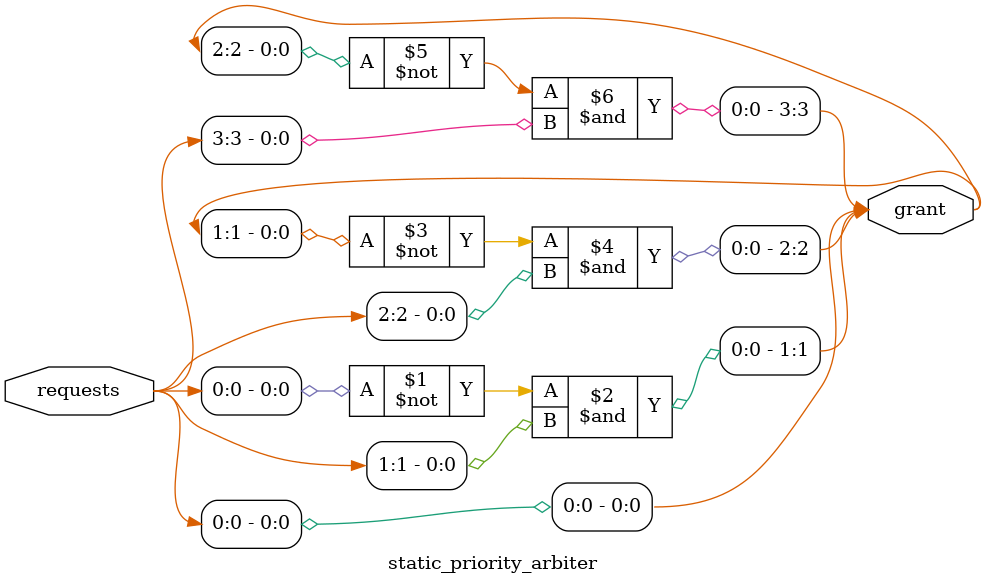
<source format=v>



module static_priority_arbiter #(
  parameter SIZE = 4
) (
  input  [SIZE-1:0] requests,
  output [SIZE-1:0] grant
);

assign grant[0] = requests[0];
genvar bit_index;
generate
  for (bit_index = 1; bit_index < SIZE; bit_index = bit_index+1) begin : gen_bits
    assign grant[bit_index] = ~grant[bit_index-1] & requests[bit_index];
  end
endgenerate

endmodule

</source>
